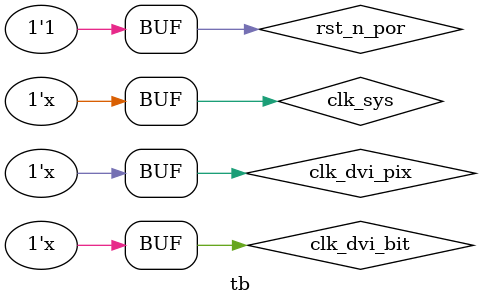
<source format=v>
module tb;

localparam W_SDRAM_BANKSEL = 2;
localparam W_SDRAM_ADDR = 13;
localparam W_SDRAM_DATA = 16;

localparam CLK_SYS_PERIOD = 20;
localparam CLK_DVI_PIX_PERIOD = 40;
localparam CLK_DVI_BIT_PERIOD = 8;

reg                        clk_sys;
reg                        clk_dvi_pix;
reg                        clk_dvi_bit;
reg                        rst_n_por;

wire                       sdram_clk;
wire [W_SDRAM_ADDR-1:0]    sdram_a;
wire [W_SDRAM_DATA-1:0]    sdram_dq;
wire [W_SDRAM_BANKSEL-1:0] sdram_ba;
wire [W_SDRAM_DATA/8-1:0]  sdram_dqm;
wire                       sdram_clke;
wire                       sdram_cs_n;
wire                       sdram_ras_n;
wire                       sdram_cas_n;
wire                       sdram_we_n;

wire [3:0]                 dvip;
wire [3:0]                 dvin;

wire                       uart_tx;
wire                       uart_rx;

doomsoc_core #(
	.BOOTRAM_PRELOAD("../ram_init32.hex"),
	.W_SDRAM_BANKSEL(2),
	.W_SDRAM_ADDR(13),
	.W_SDRAM_DATA(W_SDRAM_DATA)
) inst_doomsoc_core (
	.clk_sys     (clk_sys),
	.clk_dvi_pix (clk_dvi_pix),
	.clk_dvi_bit (clk_dvi_bit),
	.rst_n_por   (rst_n_por),

	.sdram_clk   (sdram_clk),
	.sdram_a     (sdram_a),
	.sdram_dq    (sdram_dq),
	.sdram_ba    (sdram_ba),
	.sdram_dqm   (sdram_dqm),
	.sdram_clke  (sdram_clke),
	.sdram_cs_n  (sdram_cs_n),
	.sdram_ras_n (sdram_ras_n),
	.sdram_cas_n (sdram_cas_n),
	.sdram_we_n  (sdram_we_n),

	.dvip        (dvip),
	.dvin        (dvin),

	.uart_tx     (uart_tx),
	.uart_rx     (uart_rx)
);

always #(CLK_SYS_PERIOD) clk_sys = !clk_sys;
always #(CLK_DVI_BIT_PERIOD) clk_dvi_bit = !clk_dvi_bit;
always #(CLK_DVI_PIX_PERIOD) clk_dvi_pix = !clk_dvi_pix;

initial begin
	clk_sys = 1'b0;
	clk_dvi_pix = 1'b0;
	clk_dvi_bit = 1'b0;
	rst_n_por = 1'b0;

	#(10 * CLK_SYS_PERIOD);
	rst_n_por = 1'b1;
end

endmodule

</source>
